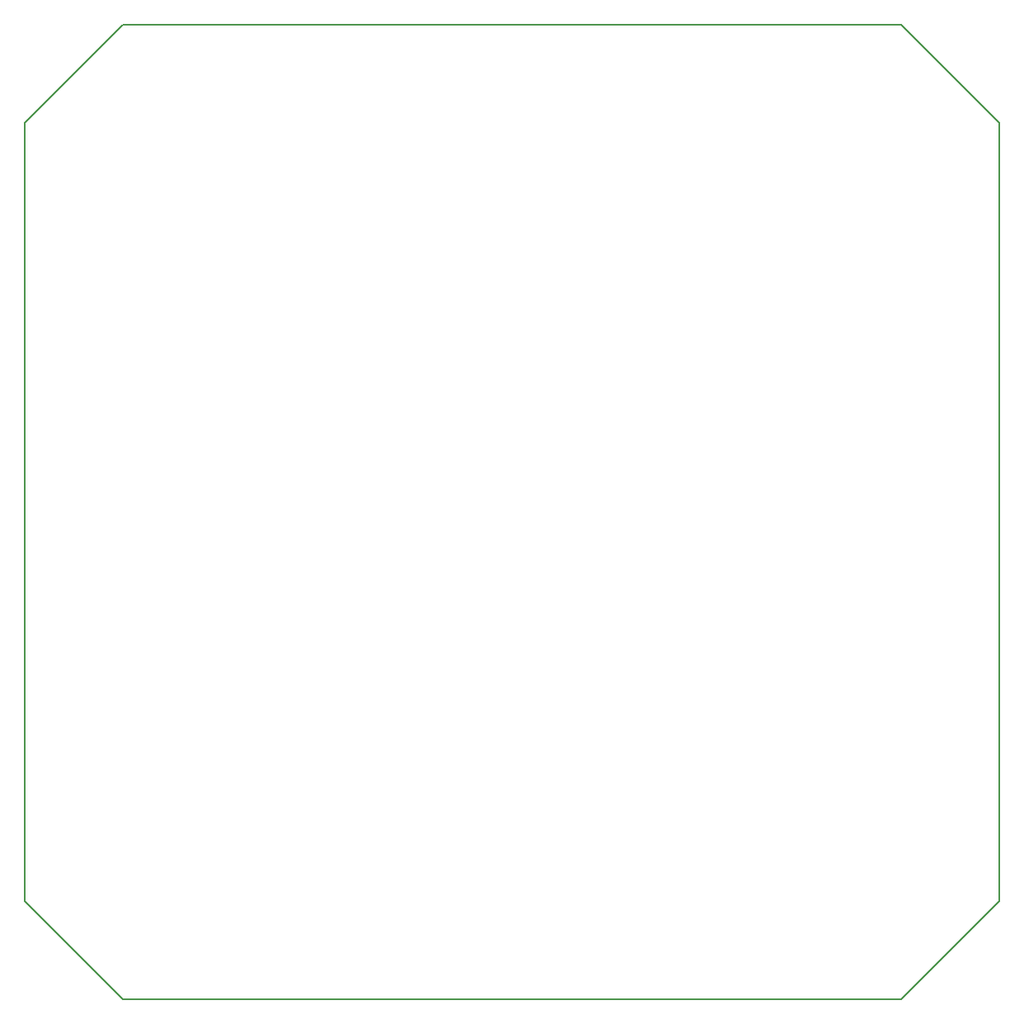
<source format=gm1>
G04 #@! TF.GenerationSoftware,KiCad,Pcbnew,(5.0.2)-1*
G04 #@! TF.CreationDate,2019-11-10T22:05:31+09:00*
G04 #@! TF.ProjectId,Base,42617365-2e6b-4696-9361-645f70636258,rev?*
G04 #@! TF.SameCoordinates,Original*
G04 #@! TF.FileFunction,Profile,NP*
%FSLAX46Y46*%
G04 Gerber Fmt 4.6, Leading zero omitted, Abs format (unit mm)*
G04 Created by KiCad (PCBNEW (5.0.2)-1) date 2019/11/10 22:05:31*
%MOMM*%
%LPD*%
G01*
G04 APERTURE LIST*
%ADD10C,0.150000*%
G04 APERTURE END LIST*
D10*
X80000000Y-145000000D02*
X90000000Y-155000000D01*
X80000000Y-65000000D02*
X80000000Y-145000000D01*
X90000000Y-55000000D02*
X80000000Y-65000000D01*
X170000000Y-55000000D02*
X90000000Y-55000000D01*
X180000000Y-65000000D02*
X170000000Y-55000000D01*
X180000000Y-145000000D02*
X180000000Y-65000000D01*
X170000000Y-155000000D02*
X180000000Y-145000000D01*
X90000000Y-155000000D02*
X170000000Y-155000000D01*
M02*

</source>
